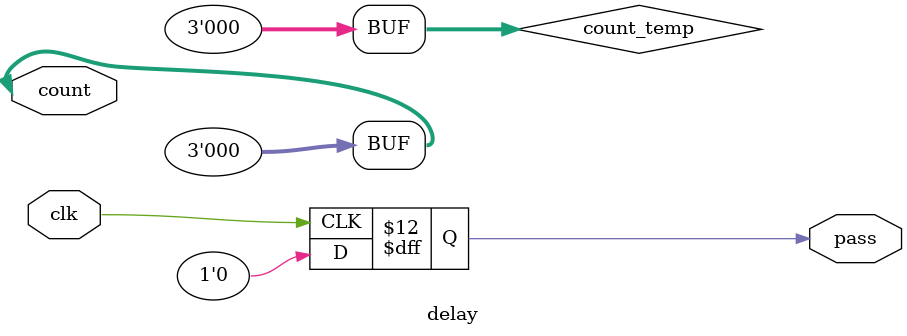
<source format=v>
module delay #(
    parameter delay = 3'b111
) (
    clk,
    count,
    pass
);
    input clk;
    output reg pass;
    inout [2:0] count;

    reg [2:0] count_temp = 3'b000;
    assign count = count_temp;

    always @(count == 3'b000) begin
        count_temp = 1'b0;
    end

    always @(posedge clk) begin
        if (count_temp == delay) begin
            pass <= 1'b1;
            count_temp <= 3'b000;
        end else begin
            pass <= 1'b0;
            count_temp <= count_temp + 1;
        end
    end
endmodule

</source>
